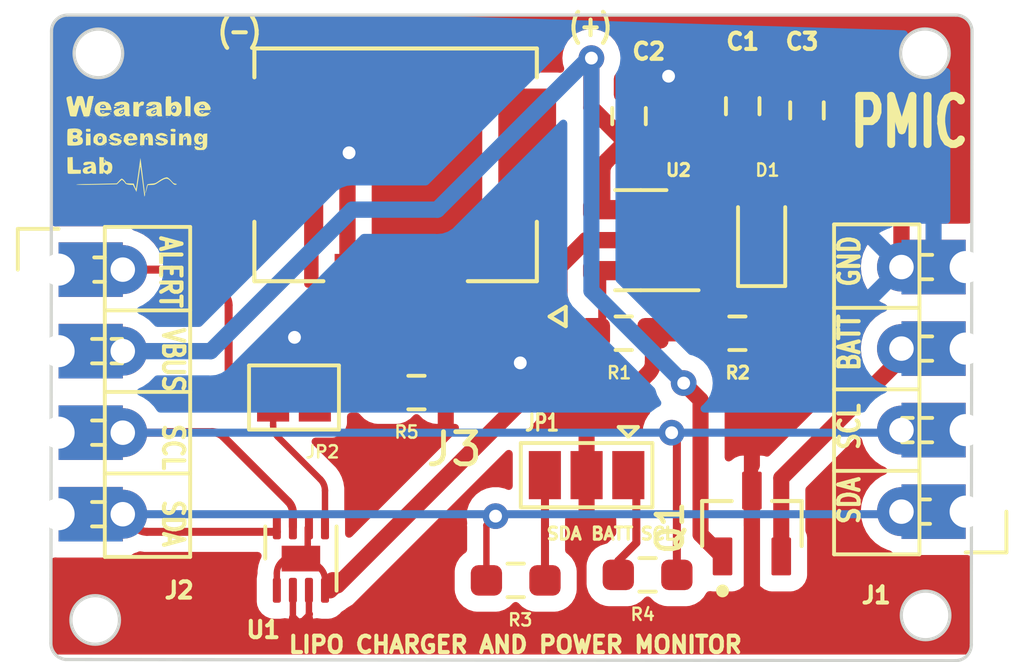
<source format=kicad_pcb>
(kicad_pcb (version 20221018) (generator pcbnew)

  (general
    (thickness 0.89)
  )

  (paper "A4")
  (layers
    (0 "F.Cu" signal)
    (31 "B.Cu" signal)
    (32 "B.Adhes" user "B.Adhesive")
    (33 "F.Adhes" user "F.Adhesive")
    (34 "B.Paste" user)
    (35 "F.Paste" user)
    (36 "B.SilkS" user "B.Silkscreen")
    (37 "F.SilkS" user "F.Silkscreen")
    (38 "B.Mask" user)
    (39 "F.Mask" user)
    (42 "Eco1.User" user "User.Eco1")
    (44 "Edge.Cuts" user)
    (45 "Margin" user)
    (46 "B.CrtYd" user "B.Courtyard")
    (47 "F.CrtYd" user "F.Courtyard")
  )

  (setup
    (stackup
      (layer "F.SilkS" (type "Top Silk Screen"))
      (layer "F.Paste" (type "Top Solder Paste"))
      (layer "F.Mask" (type "Top Solder Mask") (thickness 0.01))
      (layer "F.Cu" (type "copper") (thickness 0.035))
      (layer "dielectric 1" (type "core") (thickness 0.8) (material "FR4") (epsilon_r 4.5) (loss_tangent 0.02))
      (layer "B.Cu" (type "copper") (thickness 0.035))
      (layer "B.Mask" (type "Bottom Solder Mask") (thickness 0.01))
      (layer "B.Paste" (type "Bottom Solder Paste"))
      (layer "B.SilkS" (type "Bottom Silk Screen"))
      (copper_finish "None")
      (dielectric_constraints no)
      (castellated_pads yes)
    )
    (pad_to_mask_clearance 0)
    (grid_origin 0.15 0.15)
    (pcbplotparams
      (layerselection 0x0000080_7ffffffe)
      (plot_on_all_layers_selection 0x0000000_00000000)
      (disableapertmacros false)
      (usegerberextensions false)
      (usegerberattributes true)
      (usegerberadvancedattributes true)
      (creategerberjobfile true)
      (dashed_line_dash_ratio 12.000000)
      (dashed_line_gap_ratio 3.000000)
      (svgprecision 4)
      (plotframeref false)
      (viasonmask false)
      (mode 1)
      (useauxorigin false)
      (hpglpennumber 1)
      (hpglpenspeed 20)
      (hpglpendiameter 15.000000)
      (dxfpolygonmode true)
      (dxfimperialunits false)
      (dxfusepcbnewfont true)
      (psnegative false)
      (psa4output false)
      (plotreference true)
      (plotvalue true)
      (plotinvisibletext false)
      (sketchpadsonfab false)
      (subtractmaskfromsilk false)
      (outputformat 5)
      (mirror false)
      (drillshape 0)
      (scaleselection 1)
      (outputdirectory "Print/")
    )
  )

  (net 0 "")
  (net 1 "+BATT")
  (net 2 "GND")
  (net 3 "Net-(JP1-A)")
  (net 4 "Net-(D1-K)")
  (net 5 "Net-(D1-A)")
  (net 6 "Net-(U2-PROG)")
  (net 7 "ALERT")
  (net 8 "Net-(JP1-B)")
  (net 9 "Net-(JP2-B)")
  (net 10 "VBUS")
  (net 11 "/SCL_PMIC")
  (net 12 "/SDA_PMIC")
  (net 13 "unconnected-(J3-Pad2)")
  (net 14 "unconnected-(J3-SHIELD1-PadS1)")
  (net 15 "unconnected-(J3-SHIELD2-PadS2)")
  (net 16 "/VSYS")

  (footprint "Jumper:SolderJumper-3_P1.3mm_Open_Pad1.0x1.5mm" (layer "F.Cu") (at 90.15 88.1925 180))

  (footprint "LOGO" (layer "F.Cu") (at 76.3 77.9))

  (footprint "Resistor_SMD:R_0603_1608Metric_Pad0.98x0.95mm_HandSolder" (layer "F.Cu") (at 94.8485 83.772 180))

  (footprint "Resistor_SMD:R_0603_1608Metric_Pad0.98x0.95mm_HandSolder" (layer "F.Cu") (at 87.9415 91.472))

  (footprint "Jumper:SolderJumper-2_P1.3mm_Open_Pad1.0x1.5mm" (layer "F.Cu") (at 81.034 85.774))

  (footprint "Resistor_SMD:R_0603_1608Metric_Pad0.98x0.95mm_HandSolder" (layer "F.Cu") (at 84.85 85.62))

  (footprint "Resistor_SMD:R_0603_1608Metric_Pad0.98x0.95mm_HandSolder" (layer "F.Cu") (at 91.3065 83.772 180))

  (footprint "Resistor_SMD:R_0603_1608Metric_Pad0.98x0.95mm_HandSolder" (layer "F.Cu") (at 95.014 76.6975 90))

  (footprint "Castellated_PinHeaders_1x04:Castellated_PinHeader_1x04_P2.54mm" (layer "F.Cu") (at 73.7 81.79))

  (footprint "DMG2305UX-7:SOT91P240X110-3N_DMG2305UX-7" (layer "F.Cu") (at 95.3 89.7 90))

  (footprint "Resistor_SMD:R_0603_1608Metric_Pad0.98x0.95mm_HandSolder" (layer "F.Cu") (at 97.016 76.8305 -90))

  (footprint "MOLEX_5025850370:MOLEX_5025850370" (layer "F.Cu") (at 84.2 79.15 180))

  (footprint "Package_DFN_QFN:TDFN-8-1EP_2x2mm_P0.5mm_EP0.8x1.2mm" (layer "F.Cu") (at 81.25 90.7925 90))

  (footprint "LED_SMD:LED_0603_1608Metric_Pad1.05x0.95mm_HandSolder" (layer "F.Cu") (at 95.6032 80.643 90))

  (footprint "Resistor_SMD:R_0603_1608Metric_Pad0.98x0.95mm_HandSolder" (layer "F.Cu") (at 91.472 77.0075 90))

  (footprint "Castellated_PinHeaders_1x04:Castellated_PinHeader_1x04_P2.54mm" (layer "F.Cu") (at 101.96 89.33 180))

  (footprint "Resistor_SMD:R_0603_1608Metric_Pad0.98x0.95mm_HandSolder" (layer "F.Cu") (at 92.05 91.3 180))

  (footprint "Package_TO_SOT_SMD:SOT-23-5" (layer "F.Cu") (at 91.8395 80.872 180))

  (gr_line locked (start 73.461553 93.428447) (end 73.4798 74.3608)
    (stroke (width 0.1) (type default)) (layer "Edge.Cuts") (tstamp 08a709b1-426c-48ae-a0b3-b99f1e8a0399))
  (gr_arc locked (start 73.4798 74.3608) (mid 73.626247 74.007247) (end 73.9798 73.8608)
    (stroke (width 0.1) (type default)) (layer "Edge.Cuts") (tstamp 09663f50-a886-4683-b9d0-131f8051fcb7))
  (gr_circle (center 74.84 92.704) (end 75.4 93.214)
    (stroke (width 0.1) (type default)) (fill none) (layer "Edge.Cuts") (tstamp 2513244c-58a9-42a8-a8ed-f1489566f036))
  (gr_arc locked (start 101.6564 73.8608) (mid 102.009953 74.007247) (end 102.1564 74.3608)
    (stroke (width 0.1) (type default)) (layer "Edge.Cuts") (tstamp 3cbd72eb-bd78-4f6a-a210-9faba7291f92))
  (gr_circle (center 100.69 75.05) (end 101.25 75.56)
    (stroke (width 0.1) (type default)) (fill none) (layer "Edge.Cuts") (tstamp 4cfdacca-9ffd-40c6-a568-c3b68787aff0))
  (gr_arc locked (start 102.136 93.474) (mid 101.989553 93.827553) (end 101.636 93.974)
    (stroke (width 0.1) (type default)) (layer "Edge.Cuts") (tstamp 68ef35ec-c2a9-46de-81a0-ef7022a44dbd))
  (gr_circle (center 74.94 75.052571) (end 75.5 75.562571)
    (stroke (width 0.1) (type default)) (fill none) (layer "Edge.Cuts") (tstamp 81610174-60b4-4a29-9762-33655680d313))
  (gr_circle (center 100.712 92.562571) (end 101.272 93.072571)
    (stroke (width 0.1) (type default)) (fill none) (layer "Edge.Cuts") (tstamp 86f2f2e5-e529-4c86-860e-13e400f987c9))
  (gr_line locked (start 101.636 93.974) (end 73.916 93.936)
    (stroke (width 0.1) (type default)) (layer "Edge.Cuts") (tstamp 938ccd79-4a5a-4e66-be66-cebdc87db407))
  (gr_arc locked (start 73.916 93.936) (mid 73.591766 93.769083) (end 73.461553 93.428447)
    (stroke (width 0.1) (type default)) (layer "Edge.Cuts") (tstamp ac7809a6-8f82-47cd-8c8b-f8d011ca0a2c))
  (gr_line locked (start 73.9798 73.8608) (end 101.6564 73.8608)
    (stroke (width 0.1) (type default)) (layer "Edge.Cuts") (tstamp e1c5ba30-b97a-47bc-a237-e1e1c0359efa))
  (gr_line locked (start 102.1564 74.3608) (end 102.136 93.474)
    (stroke (width 0.1) (type default)) (layer "Edge.Cuts") (tstamp efbfa07e-3c0b-4142-93fa-d289a850e971))
  (gr_text "BATT" (at 90.24 90.24) (layer "F.SilkS") (tstamp 0585cda7-94c7-42c5-bdba-28b17d023b44)
    (effects (font (size 0.381 0.381) (thickness 0.09525) bold) (justify left bottom))
  )
  (gr_text "LIPO CHARGER AND POWER MONITOR" (at 87.93 93.474) (layer "F.SilkS") (tstamp 06e77fa9-c633-44eb-998f-f6a4f27ad15d)
    (effects (font (size 0.508 0.508) (thickness 0.127)))
  )
  (gr_text "SDA" (at 98.71 89.778 90) (layer "F.SilkS") (tstamp 21655622-28f3-4149-a45d-33cb8546316b)
    (effects (font (size 0.635 0.508) (thickness 0.127) bold) (justify left bottom))
  )
  (gr_text "PMIC" (at 98.248 78.074) (layer "F.SilkS") (tstamp 3c3e52c4-1815-4087-bb4d-ca2ba0044c89)
    (effects (font (size 1.5 0.992) (thickness 0.248) bold) (justify left bottom))
  )
  (gr_text "SDA" (at 76.8986 88.9012 -90) (layer "F.SilkS") (tstamp 51a8c6f2-593e-4fd9-857f-12b7f75786f8)
    (effects (font (size 0.635 0.508) (thickness 0.127) bold) (justify left bottom))
  )
  (gr_text "SDA" (at 88.854 90.24) (layer "F.SilkS") (tstamp 66ff2711-380e-483f-8615-9a984db7a465)
    (effects (font (size 0.381 0.381) (thickness 0.09525) bold) (justify left bottom))
  )
  (gr_text "SCL" (at 91.78 90.24) (layer "F.SilkS") (tstamp 74c46991-a604-49dd-b6fa-dea8af781726)
    (effects (font (size 0.381 0.381) (thickness 0.09525) bold) (justify left bottom))
  )
  (gr_text "SCL" (at 76.8986 86.539 -90) (layer "F.SilkS") (tstamp 7cc78627-04d3-4a04-a13b-aa4ab6af1cdc)
    (effects (font (size 0.635 0.508) (thickness 0.127) bold) (justify left bottom))
  )
  (gr_text "GND" (at 98.71 82.386 90) (layer "F.SilkS") (tstamp 7d99862c-3a0c-4a87-8427-99b4407277b2)
    (effects (font (size 0.635 0.508) (thickness 0.127) bold) (justify left bottom))
  )
  (gr_text "(-)" (at 80.076 74.07 180) (layer "F.SilkS") (tstamp c6dcdcc4-7f21-4f55-9569-9ab51772fb1a)
    (effects (font (size 0.635 0.508) (thickness 0.127) bold) (justify left bottom))
  )
  (gr_text "BATT" (at 98.71 85.004 90) (layer "F.SilkS") (tstamp cecd89fa-5c96-4b7a-9023-4237607a1388)
    (effects (font (size 0.635 0.508) (thickness 0.127) bold) (justify left bottom))
  )
  (gr_text "(+)\n" (at 91.01 73.916 180) (layer "F.SilkS") (tstamp d3e73b4a-9ddf-4df0-a25f-52534df34221)
    (effects (font (size 0.635 0.508) (thickness 0.127) bold) (justify left bottom))
  )
  (gr_text "ALERT" (at 76.81 80.68 270) (layer "F.SilkS") (tstamp daeaafa5-5c53-4941-88cf-39ced48af619)
    (effects (font (size 0.635 0.508) (thickness 0.127) bold) (justify left bottom))
  )
  (gr_text "VBUS\n" (at 76.9 83.54 270) (layer "F.SilkS") (tstamp dd4dcb50-758c-4ae9-9812-e9d806a3f9a4)
    (effects (font (size 0.635 0.508) (thickness 0.127) bold) (justify left bottom))
  )
  (gr_text "SCL" (at 98.71 87.468 90) (layer "F.SilkS") (tstamp fd9b2c00-ca14-425e-a98f-3a5dc3674d29)
    (effects (font (size 0.635 0.508) (thickness 0.127) bold) (justify left bottom))
  )

  (segment (start 95.3 92.1) (end 95.35 92.15) (width 0.508) (layer "F.Cu") (net 1) (tstamp 22a5fb74-319b-42ec-ab20-b11ca2149f83))
  (segment (start 81 92.6) (end 81 91.78) (width 0.2) (layer "F.Cu") (net 1) (tstamp 42a23c23-aee6-4a84-a2a4-84c949562984))
  (segment (start 81.225 92.825) (end 81 92.6) (width 0.2) (layer "F.Cu") (net 1) (tstamp 5f56849c-df18-4308-99eb-3d234c8d64d9))
  (segment (start 81.525 92.525) (end 81.225 92.825) (width 0.2) (layer "F.Cu") (net 1) (tstamp 8fda2bd7-36a4-4e9c-870e-31f0b4766778))
  (segment (start 81.5 92.5) (end 81.525 92.525) (width 0.2) (layer "F.Cu") (net 1) (tstamp a6989bf5-51b3-4bf5-96eb-a45b0f394b12))
  (segment (start 95.3 88.675) (end 95.3 91.7) (width 0.508) (layer "F.Cu") (net 1) (tstamp abc2a059-03d4-4c59-bac8-546d3415b864))
  (segment (start 81.5 91.78) (end 81.5 92.5) (width 0.2) (layer "F.Cu") (net 1) (tstamp ff89cb47-1153-4a24-b47b-be7bdfa355a7))
  (segment (start 81.345393 90.7925) (end 81.25 90.7925) (width 0.2) (layer "F.Cu") (net 2) (tstamp 00e6b2ba-a625-48ca-987b-5315f24e4cc8))
  (segment (start 98.877447 75.931447) (end 99.813554 76.867554) (width 0.508) (layer "F.Cu") (net 2) (tstamp 0d0be688-7b3f-4495-8984-05f29c97d024))
  (segment (start 80.7555 90.7925) (end 81.25 90.7925) (width 0.2) (layer "F.Cu") (net 2) (tstamp 12e81996-709f-4630-8d5d-9c4452eb1370))
  (segment (start 88.084 84.696) (end 88.084 85.720893) (width 0.508) (layer "F.Cu") (net 2) (tstamp 2a1b04d6-4c19-4983-809b-1b724c963f78))
  (segment (start 82 91.78) (end 82 91.447107) (width 0.2) (layer "F.Cu") (net 2) (tstamp 2adecf88-896d-4ccc-83fa-38a715fd4aca))
  (segment (start 91.772447 85.319553) (end 92.072554 85.019446) (width 0.508) (layer "F.Cu") (net 2) (tstamp 2dab028f-b246-436d-a681-96e59037978a))
  (segment (start 82.386 91.472) (end 82.232 91.472) (width 0.508) (layer "F.Cu") (net 2) (tstamp 3226ef93-0362-4359-a359-a10b29708cee))
  (segment (start 81.25 90.7925) (end 81.25 90.76) (width 0.2) (layer "F.Cu") (net 2) (tstamp 3acad2a9-90e6-44a9-9693-3e6f58b6389d))
  (segment (start 92.219 84.665893) (end 92.219 83.772) (width 0.508) (layer "F.Cu") (net 2) (tstamp 411fd118-d9a6-4ba8-9c65-a1baf6b5e532))
  (segment (start 99.96 77.221107) (end 99.96 81.71) (width 0.508) (layer "F.Cu") (net 2) (tstamp 42155993-160b-424e-83be-2c8b08be42b9))
  (segment (start 88.084 84.696) (end 88.707554 85.319554) (width 0.508) (layer "F.Cu") (net 2) (tstamp 4eb46c89-3ee3-450f-90ec-a32e6ff36d7e))
  (segment (start 89.304 83.476) (end 88.084 84.696) (width 0.508) (layer "F.Cu") (net 2) (tstamp 5026fcda-eda8-4702-91d5-5b02f76d233b))
  (segment (start 89.304 81.703316) (end 89.304 83.476) (width 0.508) (layer "F.Cu") (net 2) (tstamp 5be2f89c-076c-46a1-8487-e2d4631380a0))
  (segment (start 81.853553 91.093553) (end 81.698946 90.938946) (width 0.2) (layer "F.Cu") (net 2) (tstamp 5fff8a8d-e207-4ca8-abac-7ebb3ad2b7fe))
  (segment (start 92.219 83.772) (end 93.936 83.772) (width 0.508) (layer "F.Cu") (net 2) (tstamp 66472aff-9bed-4c13-b43a-9d2593c6ead9))
  (segment (start 82.232 91.7052) (end 82.1572 91.78) (width 0.508) (layer "F.Cu") (net 2) (tstamp 6ada2d9e-0c1d-46d4-831f-0734f43f6a10))
  (segment (start 80.5 91.78) (end 80.5 91.255107) (width 0.2) (layer "F.Cu") (net 2) (tstamp 6dad5a19-20c3-4711-9ad8-ded878be77c2))
  (segment (start 92.977 80.872) (end 90.135316 80.872) (width 0.508) (layer "F.Cu") (net 2) (tstamp 6e2617df-e97b-4c2d-a001-c2ac32e214af))
  (segment (start 95.014 75.785) (end 98.523893 75.785) (width 0.508) (layer "F.Cu") (net 2) (tstamp 7ba3d0c5-553e-4ab7-a17a-48ff65eec0b4))
  (segment (start 82.232 91.472) (end 82.232 91.7052) (width 0.508) (layer "F.Cu") (net 2) (tstamp 8475b5c5-374c-4740-af94-325c48c8e0ec))
  (segment (start 87.937553 86.074447) (end 82.386 91.626) (width 0.508) (layer "F.Cu") (net 2) (tstamp 8ffbd648-2520-41ae-a1b2-74c70f0b36bd))
  (segment (start 91.656553 75.910447) (end 91.472 76.095) (width 0.508) (layer "F.Cu") (net 2) (tstamp 963018b7-9ef8-41b3-a07d-28ec746d4f8b))
  (segment (start 80.646447 90.901553) (end 80.7555 90.7925) (width 0.2) (layer "F.Cu") (net 2) (tstamp a18d1d7a-e260-4806-838a-ca645db5136a))
  (segment (start 81.25 90.76) (end 81.315554 90.694446) (width 0.2) (layer "F.Cu") (net 2) (tstamp a1a5a1c6-e330-45fc-b167-50847cd22cad))
  (segment (start 82.7 82.75) (end 82.2 82.75) (width 0.508) (layer "F.Cu") (net 2) (tstamp ad75951c-4dd4-4bb3-972a-a06c8c5e5f78))
  (segment (start 90.135316 80.872) (end 89.304 81.703316) (width 0.508) (layer "F.Cu") (net 2) (tstamp ae2ad8a4-9c9c-4ff1-af49-b719e0d04d0a))
  (segment (start 81.462 89.843) (end 81.5 89.805) (width 0.2) (layer "F.Cu") (net 2) (tstamp bceefde4-5d16-4b83-b812-65e8a68e0a4f))
  (segment (start 82.7 78.2) (end 82.75 78.15) (width 0.508) (layer "F.Cu") (net 2) (tstamp c4afa156-c2b5-4171-aca2-82e49942df58))
  (segment (start 82.7 82.75) (end 82.7 78.2) (width 0.508) (layer "F.Cu") (net 2) (tstamp c9bd45a5-b719-445d-923e-bf4616be5897))
  (segment (start 89.061107 85.466) (end 91.418893 85.466) (width 0.508) (layer "F.Cu") (net 2) (tstamp d5a352dd-594f-4481-9f38-7076241a17d3))
  (segment (start 82.2 82.75) (end 81.05 83.9) (width 0.508) (layer "F.Cu") (net 2) (tstamp e10bec7e-ef99-4081-99de-eb91b3260adb))
  (segment (start 92.704 75.764) (end 92.010107 75.764) (width 0.508) (layer "F.Cu") (net 2) (tstamp e944f85a-10b6-4a19-991c-4dda20a06a5c))
  (segment (start 81.462 90.340893) (end 81.462 89.843) (width 0.2) (layer "F.Cu") (net 2) (tstamp f374723e-2d9c-476c-a691-18932191dcfe))
  (via (at 88.084 84.696) (size 0.8) (drill 0.4) (layers "F.Cu" "B.Cu") (net 2) (tstamp 06b762e5-7837-42dc-b287-ecb1cb2d5256))
  (via (at 92.704 75.764) (size 0.8) (drill 0.4) (layers "F.Cu" "B.Cu") (net 2) (tstamp 347afe8a-00b6-4631-957d-a35633df8464))
  (via (at 82.75 78.15) (size 0.8) (drill 0.4) (layers "F.Cu" "B.Cu") (net 2) (tstamp 729a6b39-4bf2-4732-ac91-83b7a2056801))
  (via (at 81.05 83.9) (size 0.8) (drill 0.4) (layers "F.Cu" "B.Cu") (net 2) (tstamp b66359cd-b32e-498d-8001-ebde71c170d6))
  (arc (start 99.813554 76.867554) (mid 99.92194 77.029766) (end 99.96 77.221107) (width 0.508) (layer "F.Cu") (net 2) (tstamp 0797c126-ad06-4732-
... [74999 chars truncated]
</source>
